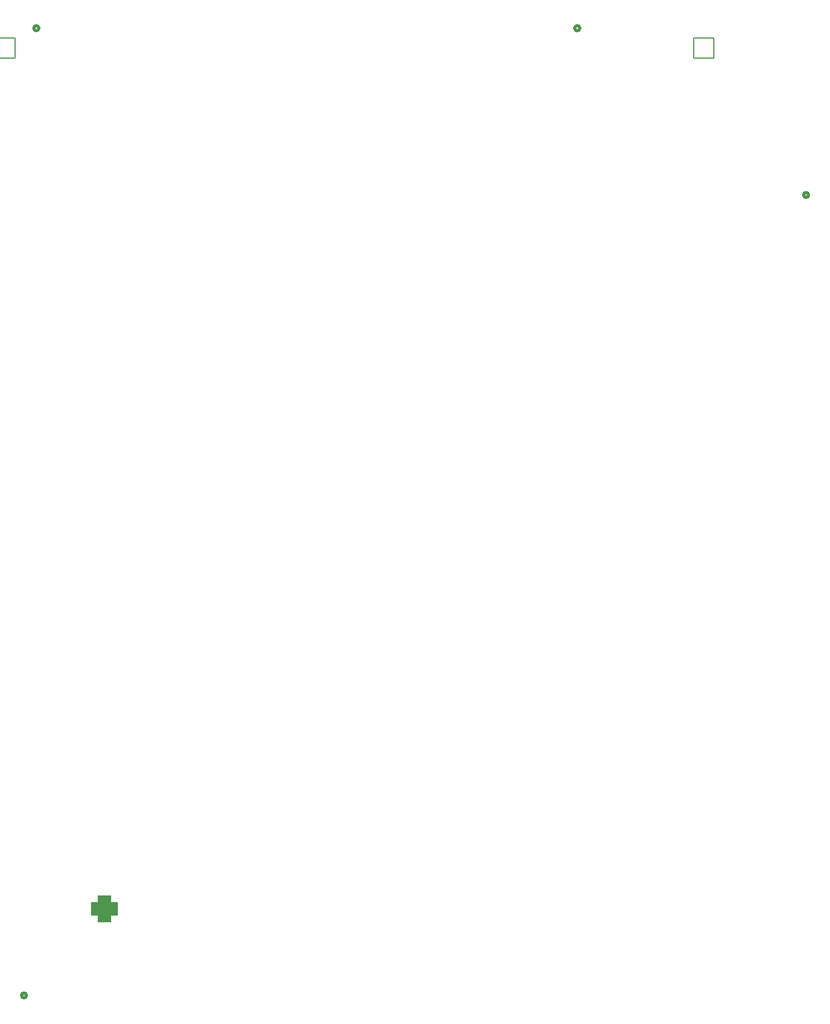
<source format=gbo>
G04 #@! TF.GenerationSoftware,KiCad,Pcbnew,8.0.6*
G04 #@! TF.CreationDate,2025-01-22T16:51:43-05:00*
G04 #@! TF.ProjectId,Main_Board_Rev1,4d61696e-5f42-46f6-9172-645f52657631,rev?*
G04 #@! TF.SameCoordinates,Original*
G04 #@! TF.FileFunction,Legend,Bot*
G04 #@! TF.FilePolarity,Positive*
%FSLAX46Y46*%
G04 Gerber Fmt 4.6, Leading zero omitted, Abs format (unit mm)*
G04 Created by KiCad (PCBNEW 8.0.6) date 2025-01-22 16:51:43*
%MOMM*%
%LPD*%
G01*
G04 APERTURE LIST*
G04 Aperture macros list*
%AMRoundRect*
0 Rectangle with rounded corners*
0 $1 Rounding radius*
0 $2 $3 $4 $5 $6 $7 $8 $9 X,Y pos of 4 corners*
0 Add a 4 corners polygon primitive as box body*
4,1,4,$2,$3,$4,$5,$6,$7,$8,$9,$2,$3,0*
0 Add four circle primitives for the rounded corners*
1,1,$1+$1,$2,$3*
1,1,$1+$1,$4,$5*
1,1,$1+$1,$6,$7*
1,1,$1+$1,$8,$9*
0 Add four rect primitives between the rounded corners*
20,1,$1+$1,$2,$3,$4,$5,0*
20,1,$1+$1,$4,$5,$6,$7,0*
20,1,$1+$1,$6,$7,$8,$9,0*
20,1,$1+$1,$8,$9,$2,$3,0*%
G04 Aperture macros list end*
%ADD10C,0.508000*%
%ADD11C,0.010000*%
%ADD12R,1.625600X1.625600*%
%ADD13C,1.625600*%
%ADD14C,9.200000*%
%ADD15C,1.524000*%
%ADD16R,1.800000X1.800000*%
%ADD17O,1.800000X1.800000*%
%ADD18R,1.700000X1.700000*%
%ADD19O,1.700000X1.700000*%
%ADD20C,1.270000*%
%ADD21R,0.900000X2.000000*%
%ADD22RoundRect,1.025000X1.025000X1.025000X-1.025000X1.025000X-1.025000X-1.025000X1.025000X-1.025000X0*%
%ADD23C,4.100000*%
%ADD24C,1.803400*%
%ADD25C,1.320800*%
%ADD26RoundRect,0.102000X-0.600000X0.600000X-0.600000X-0.600000X0.600000X-0.600000X0.600000X0.600000X0*%
%ADD27C,1.404000*%
%ADD28RoundRect,0.102000X1.500000X1.500000X-1.500000X1.500000X-1.500000X-1.500000X1.500000X-1.500000X0*%
%ADD29C,3.204000*%
G04 APERTURE END LIST*
D10*
X166341000Y-46258600D02*
G75*
G02*
X165579000Y-46258600I-381000J0D01*
G01*
X165579000Y-46258600D02*
G75*
G02*
X166341000Y-46258600I381000J0D01*
G01*
X47789800Y-167500000D02*
G75*
G02*
X47027800Y-167500000I-381000J0D01*
G01*
X47027800Y-167500000D02*
G75*
G02*
X47789800Y-167500000I381000J0D01*
G01*
X49665999Y-21000000D02*
G75*
G02*
X48903999Y-21000000I-381000J0D01*
G01*
X48903999Y-21000000D02*
G75*
G02*
X49665999Y-21000000I381000J0D01*
G01*
X131666001Y-21000000D02*
G75*
G02*
X130904001Y-21000000I-381000J0D01*
G01*
X130904001Y-21000000D02*
G75*
G02*
X131666001Y-21000000I381000J0D01*
G01*
%LPC*%
D11*
X164034000Y-109851000D02*
X164068000Y-109854000D01*
X164102000Y-109858000D01*
X164135000Y-109864000D01*
X164168000Y-109872000D01*
X164201000Y-109882000D01*
X164233000Y-109893000D01*
X164264000Y-109906000D01*
X164295000Y-109921000D01*
X164325000Y-109937000D01*
X164354000Y-109955000D01*
X164382000Y-109974000D01*
X164409000Y-109995000D01*
X164435000Y-110017000D01*
X164460000Y-110040000D01*
X164483000Y-110065000D01*
X164505000Y-110091000D01*
X164526000Y-110118000D01*
X164545000Y-110146000D01*
X164563000Y-110175000D01*
X164579000Y-110205000D01*
X164594000Y-110236000D01*
X164607000Y-110267000D01*
X164618000Y-110299000D01*
X164628000Y-110332000D01*
X164636000Y-110365000D01*
X164642000Y-110398000D01*
X164646000Y-110432000D01*
X164649000Y-110466000D01*
X164650000Y-110500000D01*
X164649000Y-110534000D01*
X164646000Y-110568000D01*
X164642000Y-110602000D01*
X164636000Y-110635000D01*
X164628000Y-110668000D01*
X164618000Y-110701000D01*
X164607000Y-110733000D01*
X164594000Y-110764000D01*
X164579000Y-110795000D01*
X164563000Y-110825000D01*
X164545000Y-110854000D01*
X164526000Y-110882000D01*
X164505000Y-110909000D01*
X164483000Y-110935000D01*
X164460000Y-110960000D01*
X164435000Y-110983000D01*
X164409000Y-111005000D01*
X164382000Y-111026000D01*
X164354000Y-111045000D01*
X164325000Y-111063000D01*
X164295000Y-111079000D01*
X164264000Y-111094000D01*
X164233000Y-111107000D01*
X164201000Y-111118000D01*
X164168000Y-111128000D01*
X164135000Y-111136000D01*
X164102000Y-111142000D01*
X164068000Y-111146000D01*
X164034000Y-111149000D01*
X164000000Y-111150000D01*
X163400000Y-111150000D01*
X163366000Y-111149000D01*
X163332000Y-111146000D01*
X163298000Y-111142000D01*
X163265000Y-111136000D01*
X163232000Y-111128000D01*
X163199000Y-111118000D01*
X163167000Y-111107000D01*
X163136000Y-111094000D01*
X163105000Y-111079000D01*
X163075000Y-111063000D01*
X163046000Y-111045000D01*
X163018000Y-111026000D01*
X162991000Y-111005000D01*
X162965000Y-110983000D01*
X162940000Y-110960000D01*
X162917000Y-110935000D01*
X162895000Y-110909000D01*
X162874000Y-110882000D01*
X162855000Y-110854000D01*
X162837000Y-110825000D01*
X162821000Y-110795000D01*
X162806000Y-110764000D01*
X162793000Y-110733000D01*
X162782000Y-110701000D01*
X162772000Y-110668000D01*
X162764000Y-110635000D01*
X162758000Y-110602000D01*
X162754000Y-110568000D01*
X162751000Y-110534000D01*
X162750000Y-110500000D01*
X162751000Y-110466000D01*
X162754000Y-110432000D01*
X162758000Y-110398000D01*
X162764000Y-110365000D01*
X162772000Y-110332000D01*
X162782000Y-110299000D01*
X162793000Y-110267000D01*
X162806000Y-110236000D01*
X162821000Y-110205000D01*
X162837000Y-110175000D01*
X162855000Y-110146000D01*
X162874000Y-110118000D01*
X162895000Y-110091000D01*
X162917000Y-110065000D01*
X162940000Y-110040000D01*
X162965000Y-110017000D01*
X162991000Y-109995000D01*
X163018000Y-109974000D01*
X163046000Y-109955000D01*
X163075000Y-109937000D01*
X163105000Y-109921000D01*
X163136000Y-109906000D01*
X163167000Y-109893000D01*
X163199000Y-109882000D01*
X163232000Y-109872000D01*
X163265000Y-109864000D01*
X163298000Y-109858000D01*
X163332000Y-109854000D01*
X163366000Y-109851000D01*
X163400000Y-109850000D01*
X164000000Y-109850000D01*
X164034000Y-109851000D01*
G36*
X164034000Y-109851000D02*
G01*
X164068000Y-109854000D01*
X164102000Y-109858000D01*
X164135000Y-109864000D01*
X164168000Y-109872000D01*
X164201000Y-109882000D01*
X164233000Y-109893000D01*
X164264000Y-109906000D01*
X164295000Y-109921000D01*
X164325000Y-109937000D01*
X164354000Y-109955000D01*
X164382000Y-109974000D01*
X164409000Y-109995000D01*
X164435000Y-110017000D01*
X164460000Y-110040000D01*
X164483000Y-110065000D01*
X164505000Y-110091000D01*
X164526000Y-110118000D01*
X164545000Y-110146000D01*
X164563000Y-110175000D01*
X164579000Y-110205000D01*
X164594000Y-110236000D01*
X164607000Y-110267000D01*
X164618000Y-110299000D01*
X164628000Y-110332000D01*
X164636000Y-110365000D01*
X164642000Y-110398000D01*
X164646000Y-110432000D01*
X164649000Y-110466000D01*
X164650000Y-110500000D01*
X164649000Y-110534000D01*
X164646000Y-110568000D01*
X164642000Y-110602000D01*
X164636000Y-110635000D01*
X164628000Y-110668000D01*
X164618000Y-110701000D01*
X164607000Y-110733000D01*
X164594000Y-110764000D01*
X164579000Y-110795000D01*
X164563000Y-110825000D01*
X164545000Y-110854000D01*
X164526000Y-110882000D01*
X164505000Y-110909000D01*
X164483000Y-110935000D01*
X164460000Y-110960000D01*
X164435000Y-110983000D01*
X164409000Y-111005000D01*
X164382000Y-111026000D01*
X164354000Y-111045000D01*
X164325000Y-111063000D01*
X164295000Y-111079000D01*
X164264000Y-111094000D01*
X164233000Y-111107000D01*
X164201000Y-111118000D01*
X164168000Y-111128000D01*
X164135000Y-111136000D01*
X164102000Y-111142000D01*
X164068000Y-111146000D01*
X164034000Y-111149000D01*
X164000000Y-111150000D01*
X163400000Y-111150000D01*
X163366000Y-111149000D01*
X163332000Y-111146000D01*
X163298000Y-111142000D01*
X163265000Y-111136000D01*
X163232000Y-111128000D01*
X163199000Y-111118000D01*
X163167000Y-111107000D01*
X163136000Y-111094000D01*
X163105000Y-111079000D01*
X163075000Y-111063000D01*
X163046000Y-111045000D01*
X163018000Y-111026000D01*
X162991000Y-111005000D01*
X162965000Y-110983000D01*
X162940000Y-110960000D01*
X162917000Y-110935000D01*
X162895000Y-110909000D01*
X162874000Y-110882000D01*
X162855000Y-110854000D01*
X162837000Y-110825000D01*
X162821000Y-110795000D01*
X162806000Y-110764000D01*
X162793000Y-110733000D01*
X162782000Y-110701000D01*
X162772000Y-110668000D01*
X162764000Y-110635000D01*
X162758000Y-110602000D01*
X162754000Y-110568000D01*
X162751000Y-110534000D01*
X162750000Y-110500000D01*
X162751000Y-110466000D01*
X162754000Y-110432000D01*
X162758000Y-110398000D01*
X162764000Y-110365000D01*
X162772000Y-110332000D01*
X162782000Y-110299000D01*
X162793000Y-110267000D01*
X162806000Y-110236000D01*
X162821000Y-110205000D01*
X162837000Y-110175000D01*
X162855000Y-110146000D01*
X162874000Y-110118000D01*
X162895000Y-110091000D01*
X162917000Y-110065000D01*
X162940000Y-110040000D01*
X162965000Y-110017000D01*
X162991000Y-109995000D01*
X163018000Y-109974000D01*
X163046000Y-109955000D01*
X163075000Y-109937000D01*
X163105000Y-109921000D01*
X163136000Y-109906000D01*
X163167000Y-109893000D01*
X163199000Y-109882000D01*
X163232000Y-109872000D01*
X163265000Y-109864000D01*
X163298000Y-109858000D01*
X163332000Y-109854000D01*
X163366000Y-109851000D01*
X163400000Y-109850000D01*
X164000000Y-109850000D01*
X164034000Y-109851000D01*
G37*
X164034000Y-118491000D02*
X164068000Y-118494000D01*
X164102000Y-118498000D01*
X164135000Y-118504000D01*
X164168000Y-118512000D01*
X164201000Y-118522000D01*
X164233000Y-118533000D01*
X164264000Y-118546000D01*
X164295000Y-118561000D01*
X164325000Y-118577000D01*
X164354000Y-118595000D01*
X164382000Y-118614000D01*
X164409000Y-118635000D01*
X164435000Y-118657000D01*
X164460000Y-118680000D01*
X164483000Y-118705000D01*
X164505000Y-118731000D01*
X164526000Y-118758000D01*
X164545000Y-118786000D01*
X164563000Y-118815000D01*
X164579000Y-118845000D01*
X164594000Y-118876000D01*
X164607000Y-118907000D01*
X164618000Y-118939000D01*
X164628000Y-118972000D01*
X164636000Y-119005000D01*
X164642000Y-119038000D01*
X164646000Y-119072000D01*
X164649000Y-119106000D01*
X164650000Y-119140000D01*
X164649000Y-119174000D01*
X164646000Y-119208000D01*
X164642000Y-119242000D01*
X164636000Y-119275000D01*
X164628000Y-119308000D01*
X164618000Y-119341000D01*
X164607000Y-119373000D01*
X164594000Y-119404000D01*
X164579000Y-119435000D01*
X164563000Y-119465000D01*
X164545000Y-119494000D01*
X164526000Y-119522000D01*
X164505000Y-119549000D01*
X164483000Y-119575000D01*
X164460000Y-119600000D01*
X164435000Y-119623000D01*
X164409000Y-119645000D01*
X164382000Y-119666000D01*
X164354000Y-119685000D01*
X164325000Y-119703000D01*
X164295000Y-119719000D01*
X164264000Y-119734000D01*
X164233000Y-119747000D01*
X164201000Y-119758000D01*
X164168000Y-119768000D01*
X164135000Y-119776000D01*
X164102000Y-119782000D01*
X164068000Y-119786000D01*
X164034000Y-119789000D01*
X164000000Y-119790000D01*
X163400000Y-119790000D01*
X163366000Y-119789000D01*
X163332000Y-119786000D01*
X163298000Y-119782000D01*
X163265000Y-119776000D01*
X163232000Y-119768000D01*
X163199000Y-119758000D01*
X163167000Y-119747000D01*
X163136000Y-119734000D01*
X163105000Y-119719000D01*
X163075000Y-119703000D01*
X163046000Y-119685000D01*
X163018000Y-119666000D01*
X162991000Y-119645000D01*
X162965000Y-119623000D01*
X162940000Y-119600000D01*
X162917000Y-119575000D01*
X162895000Y-119549000D01*
X162874000Y-119522000D01*
X162855000Y-119494000D01*
X162837000Y-119465000D01*
X162821000Y-119435000D01*
X162806000Y-119404000D01*
X162793000Y-119373000D01*
X162782000Y-119341000D01*
X162772000Y-119308000D01*
X162764000Y-119275000D01*
X162758000Y-119242000D01*
X162754000Y-119208000D01*
X162751000Y-119174000D01*
X162750000Y-119140000D01*
X162751000Y-119106000D01*
X162754000Y-119072000D01*
X162758000Y-119038000D01*
X162764000Y-119005000D01*
X162772000Y-118972000D01*
X162782000Y-118939000D01*
X162793000Y-118907000D01*
X162806000Y-118876000D01*
X162821000Y-118845000D01*
X162837000Y-118815000D01*
X162855000Y-118786000D01*
X162874000Y-118758000D01*
X162895000Y-118731000D01*
X162917000Y-118705000D01*
X162940000Y-118680000D01*
X162965000Y-118657000D01*
X162991000Y-118635000D01*
X163018000Y-118614000D01*
X163046000Y-118595000D01*
X163075000Y-118577000D01*
X163105000Y-118561000D01*
X163136000Y-118546000D01*
X163167000Y-118533000D01*
X163199000Y-118522000D01*
X163232000Y-118512000D01*
X163265000Y-118504000D01*
X163298000Y-118498000D01*
X163332000Y-118494000D01*
X163366000Y-118491000D01*
X163400000Y-118490000D01*
X164000000Y-118490000D01*
X164034000Y-118491000D01*
G36*
X164034000Y-118491000D02*
G01*
X164068000Y-118494000D01*
X164102000Y-118498000D01*
X164135000Y-118504000D01*
X164168000Y-118512000D01*
X164201000Y-118522000D01*
X164233000Y-118533000D01*
X164264000Y-118546000D01*
X164295000Y-118561000D01*
X164325000Y-118577000D01*
X164354000Y-118595000D01*
X164382000Y-118614000D01*
X164409000Y-118635000D01*
X164435000Y-118657000D01*
X164460000Y-118680000D01*
X164483000Y-118705000D01*
X164505000Y-118731000D01*
X164526000Y-118758000D01*
X164545000Y-118786000D01*
X164563000Y-118815000D01*
X164579000Y-118845000D01*
X164594000Y-118876000D01*
X164607000Y-118907000D01*
X164618000Y-118939000D01*
X164628000Y-118972000D01*
X164636000Y-119005000D01*
X164642000Y-119038000D01*
X164646000Y-119072000D01*
X164649000Y-119106000D01*
X164650000Y-119140000D01*
X164649000Y-119174000D01*
X164646000Y-119208000D01*
X164642000Y-119242000D01*
X164636000Y-119275000D01*
X164628000Y-119308000D01*
X164618000Y-119341000D01*
X164607000Y-119373000D01*
X164594000Y-119404000D01*
X164579000Y-119435000D01*
X164563000Y-119465000D01*
X164545000Y-119494000D01*
X164526000Y-119522000D01*
X164505000Y-119549000D01*
X164483000Y-119575000D01*
X164460000Y-119600000D01*
X164435000Y-119623000D01*
X164409000Y-119645000D01*
X164382000Y-119666000D01*
X164354000Y-119685000D01*
X164325000Y-119703000D01*
X164295000Y-119719000D01*
X164264000Y-119734000D01*
X164233000Y-119747000D01*
X164201000Y-119758000D01*
X164168000Y-119768000D01*
X164135000Y-119776000D01*
X164102000Y-119782000D01*
X164068000Y-119786000D01*
X164034000Y-119789000D01*
X164000000Y-119790000D01*
X163400000Y-119790000D01*
X163366000Y-119789000D01*
X163332000Y-119786000D01*
X163298000Y-119782000D01*
X163265000Y-119776000D01*
X163232000Y-119768000D01*
X163199000Y-119758000D01*
X163167000Y-119747000D01*
X163136000Y-119734000D01*
X163105000Y-119719000D01*
X163075000Y-119703000D01*
X163046000Y-119685000D01*
X163018000Y-119666000D01*
X162991000Y-119645000D01*
X162965000Y-119623000D01*
X162940000Y-119600000D01*
X162917000Y-119575000D01*
X162895000Y-119549000D01*
X162874000Y-119522000D01*
X162855000Y-119494000D01*
X162837000Y-119465000D01*
X162821000Y-119435000D01*
X162806000Y-119404000D01*
X162793000Y-119373000D01*
X162782000Y-119341000D01*
X162772000Y-119308000D01*
X162764000Y-119275000D01*
X162758000Y-119242000D01*
X162754000Y-119208000D01*
X162751000Y-119174000D01*
X162750000Y-119140000D01*
X162751000Y-119106000D01*
X162754000Y-119072000D01*
X162758000Y-119038000D01*
X162764000Y-119005000D01*
X162772000Y-118972000D01*
X162782000Y-118939000D01*
X162793000Y-118907000D01*
X162806000Y-118876000D01*
X162821000Y-118845000D01*
X162837000Y-118815000D01*
X162855000Y-118786000D01*
X162874000Y-118758000D01*
X162895000Y-118731000D01*
X162917000Y-118705000D01*
X162940000Y-118680000D01*
X162965000Y-118657000D01*
X162991000Y-118635000D01*
X163018000Y-118614000D01*
X163046000Y-118595000D01*
X163075000Y-118577000D01*
X163105000Y-118561000D01*
X163136000Y-118546000D01*
X163167000Y-118533000D01*
X163199000Y-118522000D01*
X163232000Y-118512000D01*
X163265000Y-118504000D01*
X163298000Y-118498000D01*
X163332000Y-118494000D01*
X163366000Y-118491000D01*
X163400000Y-118490000D01*
X164000000Y-118490000D01*
X164034000Y-118491000D01*
G37*
X167834000Y-109851000D02*
X167868000Y-109854000D01*
X167902000Y-109858000D01*
X167935000Y-109864000D01*
X167968000Y-109872000D01*
X168001000Y-109882000D01*
X168033000Y-109893000D01*
X168064000Y-109906000D01*
X168095000Y-109921000D01*
X168125000Y-109937000D01*
X168154000Y-109955000D01*
X168182000Y-109974000D01*
X168209000Y-109995000D01*
X168235000Y-110017000D01*
X168260000Y-110040000D01*
X168283000Y-110065000D01*
X168305000Y-110091000D01*
X168326000Y-110118000D01*
X168345000Y-110146000D01*
X168363000Y-110175000D01*
X168379000Y-110205000D01*
X168394000Y-110236000D01*
X168407000Y-110267000D01*
X168418000Y-110299000D01*
X168428000Y-110332000D01*
X168436000Y-110365000D01*
X168442000Y-110398000D01*
X168446000Y-110432000D01*
X168449000Y-110466000D01*
X168450000Y-110500000D01*
X168449000Y-110534000D01*
X168446000Y-110568000D01*
X168442000Y-110602000D01*
X168436000Y-110635000D01*
X168428000Y-110668000D01*
X168418000Y-110701000D01*
X168407000Y-110733000D01*
X168394000Y-110764000D01*
X168379000Y-110795000D01*
X168363000Y-110825000D01*
X168345000Y-110854000D01*
X168326000Y-110882000D01*
X168305000Y-110909000D01*
X168283000Y-110935000D01*
X168260000Y-110960000D01*
X168235000Y-110983000D01*
X168209000Y-111005000D01*
X168182000Y-111026000D01*
X168154000Y-111045000D01*
X168125000Y-111063000D01*
X168095000Y-111079000D01*
X168064000Y-111094000D01*
X168033000Y-111107000D01*
X168001000Y-111118000D01*
X167968000Y-111128000D01*
X167935000Y-111136000D01*
X167902000Y-111142000D01*
X167868000Y-111146000D01*
X167834000Y-111149000D01*
X167800000Y-111150000D01*
X167200000Y-111150000D01*
X167166000Y-111149000D01*
X167132000Y-111146000D01*
X167098000Y-111142000D01*
X167065000Y-111136000D01*
X167032000Y-111128000D01*
X166999000Y-111118000D01*
X166967000Y-111107000D01*
X166936000Y-111094000D01*
X166905000Y-111079000D01*
X166875000Y-111063000D01*
X166846000Y-111045000D01*
X166818000Y-111026000D01*
X166791000Y-111005000D01*
X166765000Y-110983000D01*
X166740000Y-110960000D01*
X166717000Y-110935000D01*
X166695000Y-110909000D01*
X166674000Y-110882000D01*
X166655000Y-110854000D01*
X166637000Y-110825000D01*
X166621000Y-110795000D01*
X166606000Y-110764000D01*
X166593000Y-110733000D01*
X166582000Y-110701000D01*
X166572000Y-110668000D01*
X166564000Y-110635000D01*
X166558000Y-110602000D01*
X166554000Y-110568000D01*
X166551000Y-110534000D01*
X166550000Y-110500000D01*
X166551000Y-110466000D01*
X166554000Y-110432000D01*
X166558000Y-110398000D01*
X166564000Y-110365000D01*
X166572000Y-110332000D01*
X166582000Y-110299000D01*
X166593000Y-110267000D01*
X166606000Y-110236000D01*
X166621000Y-110205000D01*
X166637000Y-110175000D01*
X166655000Y-110146000D01*
X166674000Y-110118000D01*
X166695000Y-110091000D01*
X166717000Y-110065000D01*
X166740000Y-110040000D01*
X166765000Y-110017000D01*
X166791000Y-109995000D01*
X166818000Y-109974000D01*
X166846000Y-109955000D01*
X166875000Y-109937000D01*
X166905000Y-109921000D01*
X166936000Y-109906000D01*
X166967000Y-109893000D01*
X166999000Y-109882000D01*
X167032000Y-109872000D01*
X167065000Y-109864000D01*
X167098000Y-109858000D01*
X167132000Y-109854000D01*
X167166000Y-109851000D01*
X167200000Y-109850000D01*
X167800000Y-109850000D01*
X167834000Y-109851000D01*
G36*
X167834000Y-109851000D02*
G01*
X167868000Y-109854000D01*
X167902000Y-109858000D01*
X167935000Y-109864000D01*
X167968000Y-109872000D01*
X168001000Y-109882000D01*
X168033000Y-109893000D01*
X168064000Y-109906000D01*
X168095000Y-109921000D01*
X168125000Y-109937000D01*
X168154000Y-109955000D01*
X168182000Y-109974000D01*
X168209000Y-109995000D01*
X168235000Y-110017000D01*
X168260000Y-110040000D01*
X168283000Y-110065000D01*
X168305000Y-110091000D01*
X168326000Y-110118000D01*
X168345000Y-110146000D01*
X168363000Y-110175000D01*
X168379000Y-110205000D01*
X168394000Y-110236000D01*
X168407000Y-110267000D01*
X168418000Y-110299000D01*
X168428000Y-110332000D01*
X168436000Y-110365000D01*
X168442000Y-110398000D01*
X168446000Y-110432000D01*
X168449000Y-110466000D01*
X168450000Y-110500000D01*
X168449000Y-110534000D01*
X168446000Y-110568000D01*
X168442000Y-110602000D01*
X168436000Y-110635000D01*
X168428000Y-110668000D01*
X168418000Y-110701000D01*
X168407000Y-110733000D01*
X168394000Y-110764000D01*
X168379000Y-110795000D01*
X168363000Y-110825000D01*
X168345000Y-110854000D01*
X168326000Y-110882000D01*
X168305000Y-110909000D01*
X168283000Y-110935000D01*
X168260000Y-110960000D01*
X168235000Y-110983000D01*
X168209000Y-111005000D01*
X168182000Y-111026000D01*
X168154000Y-111045000D01*
X168125000Y-111063000D01*
X168095000Y-111079000D01*
X168064000Y-111094000D01*
X168033000Y-111107000D01*
X168001000Y-111118000D01*
X167968000Y-111128000D01*
X167935000Y-111136000D01*
X167902000Y-111142000D01*
X167868000Y-111146000D01*
X167834000Y-111149000D01*
X167800000Y-111150000D01*
X167200000Y-111150000D01*
X167166000Y-111149000D01*
X167132000Y-111146000D01*
X167098000Y-111142000D01*
X167065000Y-111136000D01*
X167032000Y-111128000D01*
X166999000Y-111118000D01*
X166967000Y-111107000D01*
X166936000Y-111094000D01*
X166905000Y-111079000D01*
X166875000Y-111063000D01*
X166846000Y-111045000D01*
X166818000Y-111026000D01*
X166791000Y-111005000D01*
X166765000Y-110983000D01*
X166740000Y-110960000D01*
X166717000Y-110935000D01*
X166695000Y-110909000D01*
X166674000Y-110882000D01*
X166655000Y-110854000D01*
X166637000Y-110825000D01*
X166621000Y-110795000D01*
X166606000Y-110764000D01*
X166593000Y-110733000D01*
X166582000Y-110701000D01*
X166572000Y-110668000D01*
X166564000Y-110635000D01*
X166558000Y-110602000D01*
X166554000Y-110568000D01*
X166551000Y-110534000D01*
X166550000Y-110500000D01*
X166551000Y-110466000D01*
X166554000Y-110432000D01*
X166558000Y-110398000D01*
X166564000Y-110365000D01*
X166572000Y-110332000D01*
X166582000Y-110299000D01*
X166593000Y-110267000D01*
X166606000Y-110236000D01*
X166621000Y-110205000D01*
X166637000Y-110175000D01*
X166655000Y-110146000D01*
X166674000Y-110118000D01*
X166695000Y-110091000D01*
X166717000Y-110065000D01*
X166740000Y-110040000D01*
X166765000Y-110017000D01*
X166791000Y-109995000D01*
X166818000Y-109974000D01*
X166846000Y-109955000D01*
X166875000Y-109937000D01*
X166905000Y-109921000D01*
X166936000Y-109906000D01*
X166967000Y-109893000D01*
X166999000Y-109882000D01*
X167032000Y-109872000D01*
X167065000Y-109864000D01*
X167098000Y-109858000D01*
X167132000Y-109854000D01*
X167166000Y-109851000D01*
X167200000Y-109850000D01*
X167800000Y-109850000D01*
X167834000Y-109851000D01*
G37*
X167834000Y-118491000D02*
X167868000Y-118494000D01*
X167902000Y-118498000D01*
X167935000Y-118504000D01*
X167968000Y-118512000D01*
X168001000Y-118522000D01*
X168033000Y-118533000D01*
X168064000Y-118546000D01*
X168095000Y-118561000D01*
X168125000Y-118577000D01*
X168154000Y-118595000D01*
X168182000Y-118614000D01*
X168209000Y-118635000D01*
X168235000Y-118657000D01*
X168260000Y-118680000D01*
X168283000Y-118705000D01*
X168305000Y-118731000D01*
X168326000Y-118758000D01*
X168345000Y-118786000D01*
X168363000Y-118815000D01*
X168379000Y-118845000D01*
X168394000Y-118876000D01*
X168407000Y-118907000D01*
X168418000Y-118939000D01*
X168428000Y-118972000D01*
X168436000Y-119005000D01*
X168442000Y-119038000D01*
X168446000Y-119072000D01*
X168449000Y-119106000D01*
X168450000Y-119140000D01*
X168449000Y-119174000D01*
X168446000Y-119208000D01*
X168442000Y-119242000D01*
X168436000Y-119275000D01*
X168428000Y-119308000D01*
X168418000Y-119341000D01*
X168407000Y-119373000D01*
X168394000Y-119404000D01*
X168379000Y-119435000D01*
X168363000Y-119465000D01*
X168345000Y-119494000D01*
X168326000Y-119522000D01*
X168305000Y-119549000D01*
X168283000Y-119575000D01*
X168260000Y-119600000D01*
X168235000Y-119623000D01*
X168209000Y-119645000D01*
X168182000Y-119666000D01*
X168154000Y-119685000D01*
X168125000Y-119703000D01*
X168095000Y-119719000D01*
X168064000Y-119734000D01*
X168033000Y-119747000D01*
X168001000Y-119758000D01*
X167968000Y-119768000D01*
X167935000Y-119776000D01*
X167902000Y-119782000D01*
X167868000Y-119786000D01*
X167834000Y-119789000D01*
X167800000Y-119790000D01*
X167200000Y-119790000D01*
X167166000Y-119789000D01*
X167132000Y-119786000D01*
X167098000Y-119782000D01*
X167065000Y-119776000D01*
X167032000Y-119768000D01*
X166999000Y-119758000D01*
X166967000Y-119747000D01*
X166936000Y-119734000D01*
X166905000Y-119719000D01*
X166875000Y-119703000D01*
X166846000Y-119685000D01*
X166818000Y-119666000D01*
X166791000Y-119645000D01*
X166765000Y-119623000D01*
X166740000Y-119600000D01*
X166717000Y-119575000D01*
X166695000Y-119549000D01*
X166674000Y-119522000D01*
X166655000Y-119494000D01*
X166637000Y-119465000D01*
X166621000Y-119435000D01*
X166606000Y-119404000D01*
X166593000Y-119373000D01*
X166582000Y-119341000D01*
X166572000Y-119308000D01*
X166564000Y-119275000D01*
X166558000Y-119242000D01*
X166554000Y-119208000D01*
X166551000Y-119174000D01*
X166550000Y-119140000D01*
X166551000Y-119106000D01*
X166554000Y-119072000D01*
X166558000Y-119038000D01*
X166564000Y-119005000D01*
X166572000Y-118972000D01*
X166582000Y-118939000D01*
X166593000Y-118907000D01*
X166606000Y-118876000D01*
X166621000Y-118845000D01*
X166637000Y-118815000D01*
X166655000Y-118786000D01*
X166674000Y-118758000D01*
X166695000Y-118731000D01*
X166717000Y-118705000D01*
X166740000Y-118680000D01*
X166765000Y-118657000D01*
X166791000Y-118635000D01*
X166818000Y-118614000D01*
X166846000Y-118595000D01*
X166875000Y-118577000D01*
X166905000Y-118561000D01*
X166936000Y-118546000D01*
X166967000Y-118533000D01*
X166999000Y-118522000D01*
X167032000Y-118512000D01*
X167065000Y-118504000D01*
X167098000Y-118498000D01*
X167132000Y-118494000D01*
X167166000Y-118491000D01*
X167200000Y-118490000D01*
X167800000Y-118490000D01*
X167834000Y-118491000D01*
G36*
X167834000Y-118491000D02*
G01*
X167868000Y-118494000D01*
X167902000Y-118498000D01*
X167935000Y-118504000D01*
X167968000Y-118512000D01*
X168001000Y-118522000D01*
X168033000Y-118533000D01*
X168064000Y-118546000D01*
X168095000Y-118561000D01*
X168125000Y-118577000D01*
X168154000Y-118595000D01*
X168182000Y-118614000D01*
X168209000Y-118635000D01*
X168235000Y-118657000D01*
X168260000Y-118680000D01*
X168283000Y-118705000D01*
X168305000Y-118731000D01*
X168326000Y-118758000D01*
X168345000Y-118786000D01*
X168363000Y-118815000D01*
X168379000Y-118845000D01*
X168394000Y-118876000D01*
X168407000Y-118907000D01*
X168418000Y-118939000D01*
X168428000Y-118972000D01*
X168436000Y-119005000D01*
X168442000Y-119038000D01*
X168446000Y-119072000D01*
X168449000Y-119106000D01*
X168450000Y-119140000D01*
X168449000Y-119174000D01*
X168446000Y-119208000D01*
X168442000Y-119242000D01*
X168436000Y-119275000D01*
X168428000Y-119308000D01*
X168418000Y-119341000D01*
X168407000Y-119373000D01*
X168394000Y-119404000D01*
X168379000Y-119435000D01*
X168363000Y-119465000D01*
X168345000Y-119494000D01*
X168326000Y-119522000D01*
X168305000Y-119549000D01*
X168283000Y-119575000D01*
X168260000Y-119600000D01*
X168235000Y-119623000D01*
X168209000Y-119645000D01*
X168182000Y-119666000D01*
X168154000Y-119685000D01*
X168125000Y-119703000D01*
X168095000Y-119719000D01*
X168064000Y-119734000D01*
X168033000Y-119747000D01*
X168001000Y-119758000D01*
X167968000Y-119768000D01*
X167935000Y-119776000D01*
X167902000Y-119782000D01*
X167868000Y-119786000D01*
X167834000Y-119789000D01*
X167800000Y-119790000D01*
X167200000Y-119790000D01*
X167166000Y-119789000D01*
X167132000Y-119786000D01*
X167098000Y-119782000D01*
X167065000Y-119776000D01*
X167032000Y-119768000D01*
X166999000Y-119758000D01*
X166967000Y-119747000D01*
X166936000Y-119734000D01*
X166905000Y-119719000D01*
X166875000Y-119703000D01*
X166846000Y-119685000D01*
X166818000Y-119666000D01*
X166791000Y-119645000D01*
X166765000Y-119623000D01*
X166740000Y-119600000D01*
X166717000Y-119575000D01*
X166695000Y-119549000D01*
X166674000Y-119522000D01*
X166655000Y-119494000D01*
X166637000Y-119465000D01*
X166621000Y-119435000D01*
X166606000Y-119404000D01*
X166593000Y-119373000D01*
X166582000Y-119341000D01*
X166572000Y-119308000D01*
X166564000Y-119275000D01*
X166558000Y-119242000D01*
X166554000Y-119208000D01*
X166551000Y-119174000D01*
X166550000Y-119140000D01*
X166551000Y-119106000D01*
X166554000Y-119072000D01*
X166558000Y-119038000D01*
X166564000Y-119005000D01*
X166572000Y-118972000D01*
X166582000Y-118939000D01*
X166593000Y-118907000D01*
X166606000Y-118876000D01*
X166621000Y-118845000D01*
X166637000Y-118815000D01*
X166655000Y-118786000D01*
X166674000Y-118758000D01*
X166695000Y-118731000D01*
X166717000Y-118705000D01*
X166740000Y-118680000D01*
X166765000Y-118657000D01*
X166791000Y-118635000D01*
X166818000Y-118614000D01*
X166846000Y-118595000D01*
X166875000Y-118577000D01*
X166905000Y-118561000D01*
X166936000Y-118546000D01*
X166967000Y-118533000D01*
X166999000Y-118522000D01*
X167032000Y-118512000D01*
X167065000Y-118504000D01*
X167098000Y-118498000D01*
X167132000Y-118494000D01*
X167166000Y-118491000D01*
X167200000Y-118490000D01*
X167800000Y-118490000D01*
X167834000Y-118491000D01*
G37*
D12*
X40865500Y-77425000D03*
D13*
X52041500Y-77425000D03*
D14*
X24000000Y-165500000D03*
D12*
X52144500Y-83925000D03*
D13*
X40968500Y-83925000D03*
D12*
X114156000Y-57500000D03*
D13*
X102980000Y-57500000D03*
D14*
X24000000Y-25000000D03*
D15*
X165960000Y-49840000D03*
X168500000Y-49840000D03*
X165960000Y-52380000D03*
X168500000Y-52380000D03*
X165960000Y-54920000D03*
X168500000Y-54920000D03*
X165960000Y-57460000D03*
X168500000Y-57460000D03*
X165960000Y-60000000D03*
X168500000Y-60000000D03*
X165960000Y-62540000D03*
X168500000Y-62540000D03*
X165960000Y-65080000D03*
X168500000Y-65080000D03*
X165960000Y-67620000D03*
X168500000Y-67620000D03*
X165960000Y-70160000D03*
X168500000Y-70160000D03*
X165960000Y-72700000D03*
X168500000Y-72700000D03*
X165960000Y-75240000D03*
X168500000Y-75240000D03*
X165960000Y-77780000D03*
X168500000Y-77780000D03*
X165960000Y-80320000D03*
X168500000Y-80320000D03*
X165960000Y-82860000D03*
X168500000Y-82860000D03*
X165960000Y-85400000D03*
X168500000Y-85400000D03*
X165960000Y-87940000D03*
X168500000Y-87940000D03*
X165960000Y-90480000D03*
X168500000Y-90480000D03*
X165960000Y-93020000D03*
X168500000Y-93020000D03*
X165960000Y-95560000D03*
X168500000Y-95560000D03*
X165960000Y-98100000D03*
X168500000Y-98100000D03*
D16*
X73920000Y-59690000D03*
D17*
X79000000Y-60960000D03*
X73920000Y-62230000D03*
X79000000Y-63500000D03*
X73920000Y-64770000D03*
X79000000Y-66040000D03*
X73920000Y-67310000D03*
X79000000Y-68580000D03*
X73920000Y-69850000D03*
X79000000Y-71120000D03*
X73920000Y-72390000D03*
X79000000Y-73660000D03*
X73920000Y-74930000D03*
X79000000Y-76200000D03*
X73920000Y-77470000D03*
D12*
X103110500Y-51500000D03*
D13*
X114286500Y-51500000D03*
D18*
X73500000Y-102000000D03*
D19*
X70960000Y-102000000D03*
D14*
X164500000Y-25000000D03*
D18*
X142975000Y-140000000D03*
D19*
X140435000Y-140000000D03*
D20*
X108255000Y-69425000D03*
X108255000Y-71925000D03*
D14*
X164500000Y-165500000D03*
D21*
X62750000Y-160350000D03*
X49250000Y-160350000D03*
D22*
X59600000Y-154350000D03*
D23*
X52400000Y-154350000D03*
D12*
X112889500Y-84000000D03*
D13*
X101713500Y-84000000D03*
D24*
X43000000Y-167500000D03*
X38000000Y-167500000D03*
D25*
X52000000Y-21000000D03*
X53999999Y-21000000D03*
X56000000Y-21000000D03*
X57999998Y-21000000D03*
D12*
X101713500Y-90500000D03*
D13*
X112889500Y-90500000D03*
D25*
X134000002Y-21000000D03*
X136000001Y-21000000D03*
X138000002Y-21000000D03*
X140000000Y-21000000D03*
D18*
X92799976Y-162070108D03*
D19*
X90259976Y-162070108D03*
D26*
X21000000Y-122500000D03*
D27*
X21000000Y-120500000D03*
X21000000Y-118500000D03*
X21000000Y-116500000D03*
D12*
X40865500Y-62425000D03*
D13*
X52041500Y-62425000D03*
D12*
X52144500Y-56425000D03*
D13*
X40968500Y-56425000D03*
D18*
X73500000Y-97000000D03*
D19*
X70960000Y-97000000D03*
D28*
X150480000Y-24000000D03*
D29*
X146520000Y-24000000D03*
D28*
X44500000Y-24000000D03*
D29*
X40540000Y-24000000D03*
%LPD*%
M02*

</source>
